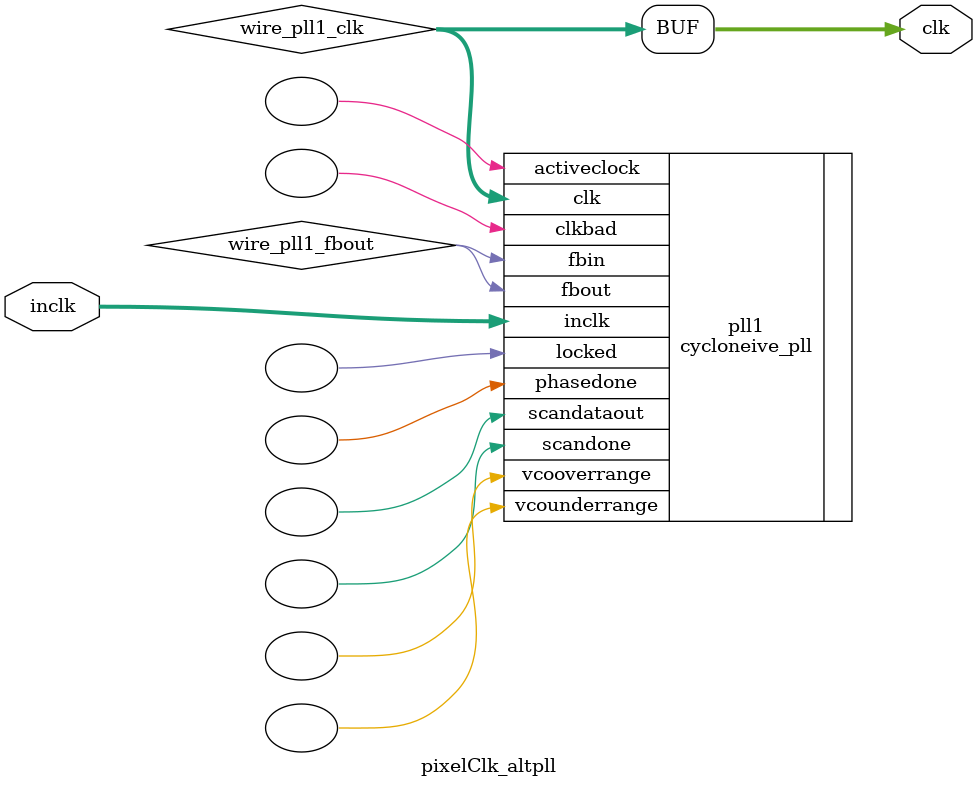
<source format=v>






//synthesis_resources = cycloneive_pll 1 
//synopsys translate_off
`timescale 1 ps / 1 ps
//synopsys translate_on
module  pixelClk_altpll
	( 
	clk,
	inclk) /* synthesis synthesis_clearbox=1 */;
	output   [4:0]  clk;
	input   [1:0]  inclk;
`ifndef ALTERA_RESERVED_QIS
// synopsys translate_off
`endif
	tri0   [1:0]  inclk;
`ifndef ALTERA_RESERVED_QIS
// synopsys translate_on
`endif

	wire  [4:0]   wire_pll1_clk;
	wire  wire_pll1_fbout;

	cycloneive_pll   pll1
	( 
	.activeclock(),
	.clk(wire_pll1_clk),
	.clkbad(),
	.fbin(wire_pll1_fbout),
	.fbout(wire_pll1_fbout),
	.inclk(inclk),
	.locked(),
	.phasedone(),
	.scandataout(),
	.scandone(),
	.vcooverrange(),
	.vcounderrange()
	`ifndef FORMAL_VERIFICATION
	// synopsys translate_off
	`endif
	,
	.areset(1'b0),
	.clkswitch(1'b0),
	.configupdate(1'b0),
	.pfdena(1'b1),
	.phasecounterselect({3{1'b0}}),
	.phasestep(1'b0),
	.phaseupdown(1'b0),
	.scanclk(1'b0),
	.scanclkena(1'b1),
	.scandata(1'b0)
	`ifndef FORMAL_VERIFICATION
	// synopsys translate_on
	`endif
	);
	defparam
		pll1.bandwidth_type = "auto",
		pll1.clk0_divide_by = 2000,
		pll1.clk0_duty_cycle = 50,
		pll1.clk0_multiply_by = 1007,
		pll1.clk0_phase_shift = "0",
		pll1.clk1_divide_by = 200,
		pll1.clk1_duty_cycle = 50,
		pll1.clk1_multiply_by = 1007,
		pll1.clk1_phase_shift = "0",
		pll1.compensate_clock = "clk0",
		pll1.inclk0_input_frequency = 20000,
		pll1.operation_mode = "normal",
		pll1.pll_type = "auto",
		pll1.lpm_type = "cycloneive_pll";
	assign
		clk = {wire_pll1_clk[4:0]};
endmodule //pixelClk_altpll
//VALID FILE

</source>
